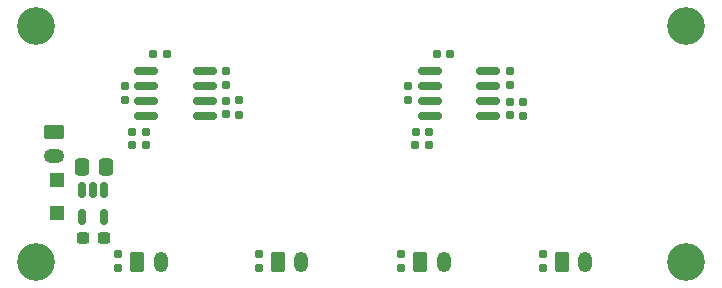
<source format=gbr>
%TF.GenerationSoftware,KiCad,Pcbnew,6.0.0*%
%TF.CreationDate,2022-01-04T22:09:20+01:00*%
%TF.ProjectId,mini_light_control,6d696e69-5f6c-4696-9768-745f636f6e74,v1.0*%
%TF.SameCoordinates,Original*%
%TF.FileFunction,Soldermask,Bot*%
%TF.FilePolarity,Negative*%
%FSLAX46Y46*%
G04 Gerber Fmt 4.6, Leading zero omitted, Abs format (unit mm)*
G04 Created by KiCad (PCBNEW 6.0.0) date 2022-01-04 22:09:20*
%MOMM*%
%LPD*%
G01*
G04 APERTURE LIST*
G04 Aperture macros list*
%AMRoundRect*
0 Rectangle with rounded corners*
0 $1 Rounding radius*
0 $2 $3 $4 $5 $6 $7 $8 $9 X,Y pos of 4 corners*
0 Add a 4 corners polygon primitive as box body*
4,1,4,$2,$3,$4,$5,$6,$7,$8,$9,$2,$3,0*
0 Add four circle primitives for the rounded corners*
1,1,$1+$1,$2,$3*
1,1,$1+$1,$4,$5*
1,1,$1+$1,$6,$7*
1,1,$1+$1,$8,$9*
0 Add four rect primitives between the rounded corners*
20,1,$1+$1,$2,$3,$4,$5,0*
20,1,$1+$1,$4,$5,$6,$7,0*
20,1,$1+$1,$6,$7,$8,$9,0*
20,1,$1+$1,$8,$9,$2,$3,0*%
G04 Aperture macros list end*
%ADD10RoundRect,0.250000X-0.350000X-0.625000X0.350000X-0.625000X0.350000X0.625000X-0.350000X0.625000X0*%
%ADD11O,1.200000X1.750000*%
%ADD12C,3.200000*%
%ADD13RoundRect,0.250000X-0.625000X0.350000X-0.625000X-0.350000X0.625000X-0.350000X0.625000X0.350000X0*%
%ADD14O,1.750000X1.200000*%
%ADD15RoundRect,0.150000X0.825000X0.150000X-0.825000X0.150000X-0.825000X-0.150000X0.825000X-0.150000X0*%
%ADD16RoundRect,0.160000X0.160000X-0.197500X0.160000X0.197500X-0.160000X0.197500X-0.160000X-0.197500X0*%
%ADD17RoundRect,0.160000X-0.160000X0.197500X-0.160000X-0.197500X0.160000X-0.197500X0.160000X0.197500X0*%
%ADD18RoundRect,0.160000X-0.197500X-0.160000X0.197500X-0.160000X0.197500X0.160000X-0.197500X0.160000X0*%
%ADD19RoundRect,0.155000X-0.155000X0.212500X-0.155000X-0.212500X0.155000X-0.212500X0.155000X0.212500X0*%
%ADD20RoundRect,0.155000X-0.212500X-0.155000X0.212500X-0.155000X0.212500X0.155000X-0.212500X0.155000X0*%
%ADD21RoundRect,0.155000X0.212500X0.155000X-0.212500X0.155000X-0.212500X-0.155000X0.212500X-0.155000X0*%
%ADD22RoundRect,0.237500X-0.300000X-0.237500X0.300000X-0.237500X0.300000X0.237500X-0.300000X0.237500X0*%
%ADD23RoundRect,0.150000X-0.150000X0.512500X-0.150000X-0.512500X0.150000X-0.512500X0.150000X0.512500X0*%
%ADD24RoundRect,0.250000X-0.337500X-0.475000X0.337500X-0.475000X0.337500X0.475000X-0.337500X0.475000X0*%
%ADD25R,1.200000X1.200000*%
G04 APERTURE END LIST*
D10*
%TO.C,J7*%
X149000000Y-59000000D03*
D11*
X151000000Y-59000000D03*
%TD*%
D12*
%TO.C,H1*%
X159500000Y-59000000D03*
%TD*%
%TO.C,H4*%
X159500000Y-39000000D03*
%TD*%
D10*
%TO.C,J3*%
X124968000Y-59000000D03*
D11*
X126968000Y-59000000D03*
%TD*%
D12*
%TO.C,H3*%
X104500000Y-39000000D03*
%TD*%
D10*
%TO.C,J6*%
X137000000Y-59000000D03*
D11*
X139000000Y-59000000D03*
%TD*%
D10*
%TO.C,J2*%
X113046000Y-59000000D03*
D11*
X115046000Y-59000000D03*
%TD*%
D12*
%TO.C,H2*%
X104500000Y-59000000D03*
%TD*%
D13*
%TO.C,J1*%
X106000000Y-48000000D03*
D14*
X106000000Y-50000000D03*
%TD*%
D15*
%TO.C,U3*%
X142775000Y-42795000D03*
X142775000Y-44065000D03*
X142775000Y-45335000D03*
X142775000Y-46605000D03*
X137825000Y-46605000D03*
X137825000Y-45335000D03*
X137825000Y-44065000D03*
X137825000Y-42795000D03*
%TD*%
D16*
%TO.C,R4*%
X121700000Y-46497500D03*
X121700000Y-45302500D03*
%TD*%
D17*
%TO.C,R1*%
X111400000Y-58302500D03*
X111400000Y-59497500D03*
%TD*%
%TO.C,R7*%
X135400000Y-58302500D03*
X135400000Y-59497500D03*
%TD*%
D18*
%TO.C,R8*%
X136602500Y-49100000D03*
X137797500Y-49100000D03*
%TD*%
D16*
%TO.C,R10*%
X145700000Y-46597500D03*
X145700000Y-45402500D03*
%TD*%
%TO.C,R6*%
X120600000Y-43997500D03*
X120600000Y-42802500D03*
%TD*%
D19*
%TO.C,C10*%
X144600000Y-45432500D03*
X144600000Y-46567500D03*
%TD*%
D20*
%TO.C,C11*%
X138432500Y-41400000D03*
X139567500Y-41400000D03*
%TD*%
D21*
%TO.C,C9*%
X137767500Y-48000000D03*
X136632500Y-48000000D03*
%TD*%
D22*
%TO.C,C8*%
X108487502Y-56937501D03*
X110212502Y-56937501D03*
%TD*%
D19*
%TO.C,C3*%
X120600000Y-45332500D03*
X120600000Y-46467500D03*
%TD*%
D16*
%TO.C,R11*%
X136000000Y-45297500D03*
X136000000Y-44102500D03*
%TD*%
D20*
%TO.C,C4*%
X114432500Y-41400000D03*
X115567500Y-41400000D03*
%TD*%
D15*
%TO.C,U1*%
X118775000Y-42795000D03*
X118775000Y-44065000D03*
X118775000Y-45335000D03*
X118775000Y-46605000D03*
X113825000Y-46605000D03*
X113825000Y-45335000D03*
X113825000Y-44065000D03*
X113825000Y-42795000D03*
%TD*%
D16*
%TO.C,R12*%
X144600000Y-43997500D03*
X144600000Y-42802500D03*
%TD*%
D18*
%TO.C,R2*%
X112602500Y-49100000D03*
X113797500Y-49100000D03*
%TD*%
D17*
%TO.C,R3*%
X123400000Y-58302500D03*
X123400000Y-59497500D03*
%TD*%
%TO.C,R9*%
X147400000Y-58302500D03*
X147400000Y-59497500D03*
%TD*%
D23*
%TO.C,U2*%
X108350000Y-52862500D03*
X109300000Y-52862500D03*
X110250000Y-52862500D03*
X110250000Y-55137500D03*
X108350000Y-55137500D03*
%TD*%
D21*
%TO.C,C2*%
X113767500Y-48000000D03*
X112632500Y-48000000D03*
%TD*%
D24*
%TO.C,C5*%
X108362500Y-50900000D03*
X110437500Y-50900000D03*
%TD*%
D25*
%TO.C,D1*%
X106300000Y-52000000D03*
X106300000Y-54800000D03*
%TD*%
D16*
%TO.C,R5*%
X112000000Y-45297500D03*
X112000000Y-44102500D03*
%TD*%
M02*

</source>
